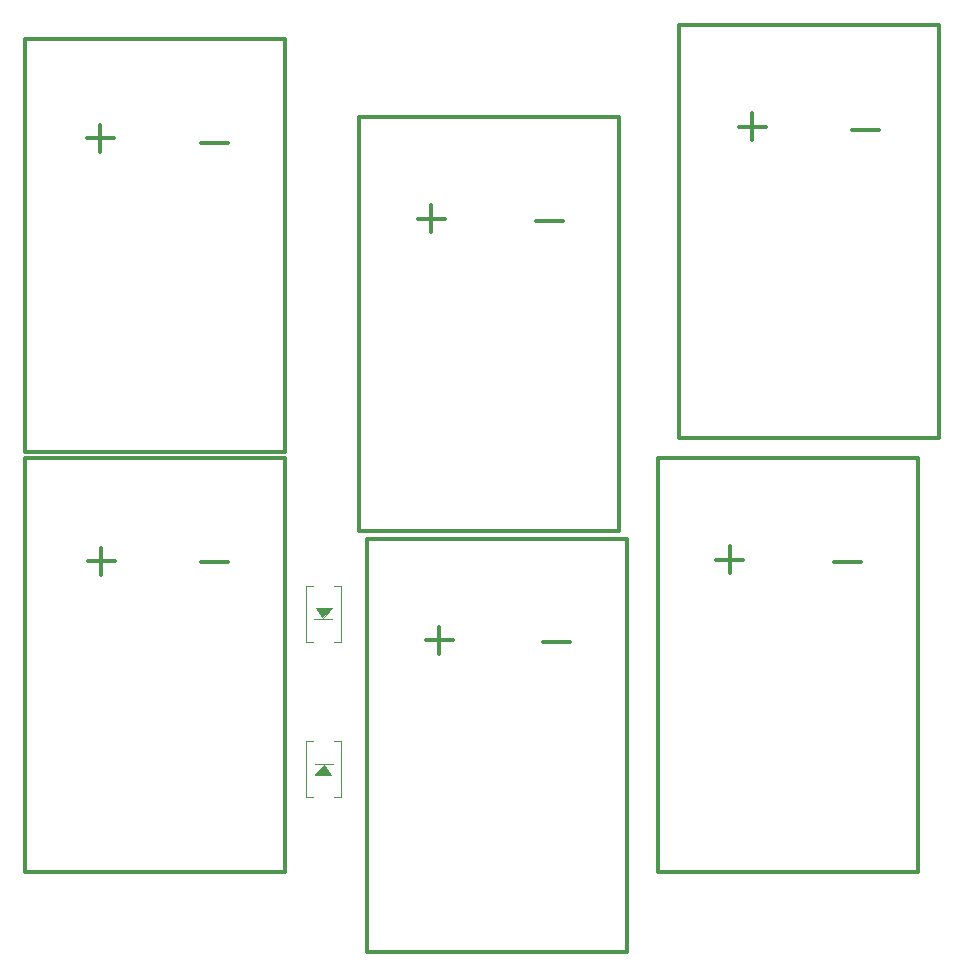
<source format=gto>
G04 #@! TF.GenerationSoftware,KiCad,Pcbnew,(6.0.5-0)*
G04 #@! TF.CreationDate,2023-01-03T07:21:46-05:00*
G04 #@! TF.ProjectId,solar-cell-pcbs-usb,736f6c61-722d-4636-956c-6c2d70636273,3*
G04 #@! TF.SameCoordinates,Original*
G04 #@! TF.FileFunction,Legend,Top*
G04 #@! TF.FilePolarity,Positive*
%FSLAX46Y46*%
G04 Gerber Fmt 4.6, Leading zero omitted, Abs format (unit mm)*
G04 Created by KiCad (PCBNEW (6.0.5-0)) date 2023-01-03 07:21:46*
%MOMM*%
%LPD*%
G01*
G04 APERTURE LIST*
%ADD10C,0.300000*%
%ADD11C,0.120000*%
%ADD12C,0.100000*%
%ADD13C,5.600000*%
%ADD14C,3.000000*%
%ADD15R,1.700000X2.500000*%
G04 APERTURE END LIST*
D10*
X131757142Y-108314285D02*
X134042857Y-108314285D01*
X132900000Y-109457142D02*
X132900000Y-107171428D01*
X133657142Y-71614285D02*
X135942857Y-71614285D01*
X134800000Y-72757142D02*
X134800000Y-70471428D01*
X143257142Y-71885714D02*
X145542857Y-71885714D01*
X88157142Y-73014285D02*
X90442857Y-73014285D01*
X116457142Y-79614285D02*
X118742857Y-79614285D01*
X78517142Y-108404285D02*
X80802857Y-108404285D01*
X79660000Y-109547142D02*
X79660000Y-107261428D01*
X107157142Y-115114285D02*
X109442857Y-115114285D01*
X108300000Y-116257142D02*
X108300000Y-113971428D01*
X106457142Y-79414285D02*
X108742857Y-79414285D01*
X107600000Y-80557142D02*
X107600000Y-78271428D01*
X117057142Y-115294285D02*
X119342857Y-115294285D01*
X141737142Y-108524285D02*
X144022857Y-108524285D01*
X88137142Y-108524285D02*
X90422857Y-108524285D01*
X79614285Y-73742857D02*
X79614285Y-71457142D01*
X80757142Y-72600000D02*
X78471428Y-72600000D01*
X124200000Y-106500000D02*
X124200000Y-141500000D01*
X124200000Y-141500000D02*
X102200000Y-141500000D01*
X102200000Y-141500000D02*
X102200000Y-106500000D01*
X102200000Y-106500000D02*
X124200000Y-106500000D01*
X126800000Y-99700000D02*
X148800000Y-99700000D01*
X148800000Y-134700000D02*
X126800000Y-134700000D01*
X148800000Y-99700000D02*
X148800000Y-134700000D01*
X126800000Y-134700000D02*
X126800000Y-99700000D01*
D11*
X97050000Y-115275000D02*
X97050000Y-110525000D01*
X99950000Y-115275000D02*
X99950000Y-110525000D01*
X99950000Y-115275000D02*
X97050000Y-115275000D01*
X99950000Y-110525000D02*
X97050000Y-110525000D01*
X97687200Y-113331800D02*
X99236600Y-113331800D01*
G36*
X98474600Y-113204800D02*
G01*
X97865000Y-112392000D01*
X99211200Y-112392000D01*
X98474600Y-113204800D01*
G37*
D12*
X98474600Y-113204800D02*
X97865000Y-112392000D01*
X99211200Y-112392000D01*
X98474600Y-113204800D01*
D10*
X73200000Y-134700000D02*
X73200000Y-99700000D01*
X73200000Y-99700000D02*
X95200000Y-99700000D01*
X95200000Y-134700000D02*
X73200000Y-134700000D01*
X95200000Y-99700000D02*
X95200000Y-134700000D01*
X150600000Y-98000000D02*
X128600000Y-98000000D01*
X150600000Y-63000000D02*
X150600000Y-98000000D01*
X128600000Y-63000000D02*
X150600000Y-63000000D01*
X128600000Y-98000000D02*
X128600000Y-63000000D01*
D11*
X99312800Y-125568200D02*
X97763400Y-125568200D01*
X97050000Y-123625000D02*
X97050000Y-128375000D01*
X99950000Y-123625000D02*
X99950000Y-128375000D01*
X97050000Y-123625000D02*
X99950000Y-123625000D01*
X97050000Y-128375000D02*
X99950000Y-128375000D01*
G36*
X99135000Y-126508000D02*
G01*
X97788800Y-126508000D01*
X98525400Y-125695200D01*
X99135000Y-126508000D01*
G37*
D12*
X99135000Y-126508000D02*
X97788800Y-126508000D01*
X98525400Y-125695200D01*
X99135000Y-126508000D01*
D10*
X95200000Y-64200000D02*
X95200000Y-99200000D01*
X73200000Y-99200000D02*
X73200000Y-64200000D01*
X95200000Y-99200000D02*
X73200000Y-99200000D01*
X73200000Y-64200000D02*
X95200000Y-64200000D01*
X101500000Y-105820000D02*
X101500000Y-70820000D01*
X101500000Y-70820000D02*
X123500000Y-70820000D01*
X123500000Y-70820000D02*
X123500000Y-105820000D01*
X123500000Y-105820000D02*
X101500000Y-105820000D01*
%LPC*%
D13*
X84600000Y-42750000D03*
D14*
X108700000Y-111000000D03*
X117700000Y-111000000D03*
X133300000Y-104200000D03*
X142300000Y-104200000D03*
D15*
X98500000Y-114900000D03*
X98500000Y-110900000D03*
D13*
X139600000Y-138250000D03*
D14*
X79700000Y-104200000D03*
X88700000Y-104200000D03*
D13*
X125850000Y-42750000D03*
D14*
X135100000Y-67500000D03*
X144100000Y-67500000D03*
D15*
X98500000Y-124000000D03*
X98500000Y-128000000D03*
D13*
X84600000Y-138250000D03*
D14*
X79700000Y-68700000D03*
X88700000Y-68700000D03*
D13*
X139600000Y-42750000D03*
X98350000Y-42750000D03*
X98350000Y-138250000D03*
D14*
X108000000Y-75320000D03*
X117000000Y-75320000D03*
M02*

</source>
